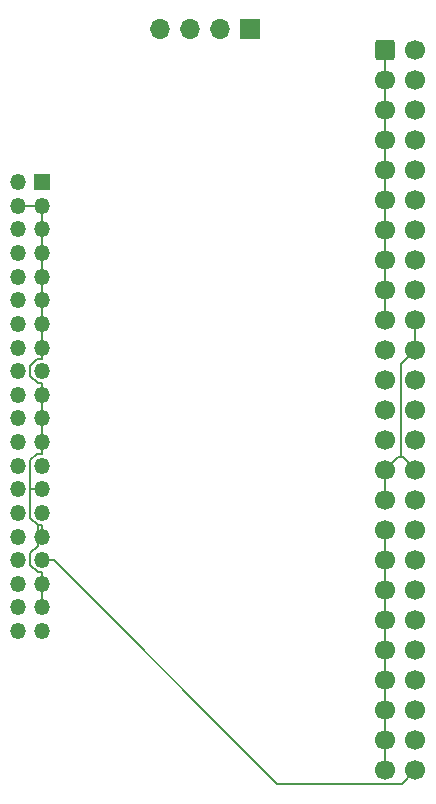
<source format=gbr>
%TF.GenerationSoftware,KiCad,Pcbnew,8.0.1*%
%TF.CreationDate,2024-04-03T09:44:09-05:00*%
%TF.ProjectId,SCSI-Adapter,53435349-2d41-4646-9170-7465722e6b69,rev?*%
%TF.SameCoordinates,Original*%
%TF.FileFunction,Copper,L1,Top*%
%TF.FilePolarity,Positive*%
%FSLAX46Y46*%
G04 Gerber Fmt 4.6, Leading zero omitted, Abs format (unit mm)*
G04 Created by KiCad (PCBNEW 8.0.1) date 2024-04-03 09:44:09*
%MOMM*%
%LPD*%
G01*
G04 APERTURE LIST*
G04 Aperture macros list*
%AMRoundRect*
0 Rectangle with rounded corners*
0 $1 Rounding radius*
0 $2 $3 $4 $5 $6 $7 $8 $9 X,Y pos of 4 corners*
0 Add a 4 corners polygon primitive as box body*
4,1,4,$2,$3,$4,$5,$6,$7,$8,$9,$2,$3,0*
0 Add four circle primitives for the rounded corners*
1,1,$1+$1,$2,$3*
1,1,$1+$1,$4,$5*
1,1,$1+$1,$6,$7*
1,1,$1+$1,$8,$9*
0 Add four rect primitives between the rounded corners*
20,1,$1+$1,$2,$3,$4,$5,0*
20,1,$1+$1,$4,$5,$6,$7,0*
20,1,$1+$1,$6,$7,$8,$9,0*
20,1,$1+$1,$8,$9,$2,$3,0*%
G04 Aperture macros list end*
%TA.AperFunction,ComponentPad*%
%ADD10RoundRect,0.250000X-0.600000X-0.600000X0.600000X-0.600000X0.600000X0.600000X-0.600000X0.600000X0*%
%TD*%
%TA.AperFunction,ComponentPad*%
%ADD11C,1.700000*%
%TD*%
%TA.AperFunction,ComponentPad*%
%ADD12R,1.700000X1.700000*%
%TD*%
%TA.AperFunction,ComponentPad*%
%ADD13O,1.700000X1.700000*%
%TD*%
%TA.AperFunction,ComponentPad*%
%ADD14R,1.350000X1.350000*%
%TD*%
%TA.AperFunction,ComponentPad*%
%ADD15O,1.350000X1.350000*%
%TD*%
%TA.AperFunction,Conductor*%
%ADD16C,0.200000*%
%TD*%
G04 APERTURE END LIST*
D10*
%TO.P,J2,1,Pin_1*%
%TO.N,GND*%
X195580000Y-50800000D03*
D11*
%TO.P,J2,2,Pin_2*%
%TO.N,/D0*%
X198120000Y-50800000D03*
%TO.P,J2,3,Pin_3*%
%TO.N,GND*%
X195580000Y-53340000D03*
%TO.P,J2,4,Pin_4*%
%TO.N,/D1*%
X198120000Y-53340000D03*
%TO.P,J2,5,Pin_5*%
%TO.N,GND*%
X195580000Y-55880000D03*
%TO.P,J2,6,Pin_6*%
%TO.N,/D2*%
X198120000Y-55880000D03*
%TO.P,J2,7,Pin_7*%
%TO.N,GND*%
X195580000Y-58420000D03*
%TO.P,J2,8,Pin_8*%
%TO.N,/D3*%
X198120000Y-58420000D03*
%TO.P,J2,9,Pin_9*%
%TO.N,GND*%
X195580000Y-60960000D03*
%TO.P,J2,10,Pin_10*%
%TO.N,/D4*%
X198120000Y-60960000D03*
%TO.P,J2,11,Pin_11*%
%TO.N,GND*%
X195580000Y-63500000D03*
%TO.P,J2,12,Pin_12*%
%TO.N,/D5*%
X198120000Y-63500000D03*
%TO.P,J2,13,Pin_13*%
%TO.N,GND*%
X195580000Y-66040000D03*
%TO.P,J2,14,Pin_14*%
%TO.N,/D6*%
X198120000Y-66040000D03*
%TO.P,J2,15,Pin_15*%
%TO.N,GND*%
X195580000Y-68580000D03*
%TO.P,J2,16,Pin_16*%
%TO.N,/D7*%
X198120000Y-68580000D03*
%TO.P,J2,17,Pin_17*%
%TO.N,GND*%
X195580000Y-71120000D03*
%TO.P,J2,18,Pin_18*%
%TO.N,/PARITY*%
X198120000Y-71120000D03*
%TO.P,J2,19,Pin_19*%
%TO.N,GND*%
X195580000Y-73660000D03*
%TO.P,J2,20,Pin_20*%
X198120000Y-73660000D03*
%TO.P,J2,21,Pin_21*%
%TO.N,unconnected-(J2-Pin_21-Pad21)*%
X195580000Y-76200000D03*
%TO.P,J2,22,Pin_22*%
%TO.N,GND*%
X198120000Y-76200000D03*
%TO.P,J2,23,Pin_23*%
%TO.N,unconnected-(J2-Pin_23-Pad23)*%
X195580000Y-78740000D03*
%TO.P,J2,24,Pin_24*%
%TO.N,unconnected-(J2-Pin_24-Pad24)*%
X198120000Y-78740000D03*
%TO.P,J2,25,Pin_25*%
%TO.N,unconnected-(J2-Pin_25-Pad25)*%
X195580000Y-81280000D03*
%TO.P,J2,26,Pin_26*%
%TO.N,/TERM*%
X198120000Y-81280000D03*
%TO.P,J2,27,Pin_27*%
%TO.N,unconnected-(J2-Pin_27-Pad27)*%
X195580000Y-83820000D03*
%TO.P,J2,28,Pin_28*%
%TO.N,unconnected-(J2-Pin_28-Pad28)*%
X198120000Y-83820000D03*
%TO.P,J2,29,Pin_29*%
%TO.N,GND*%
X195580000Y-86360000D03*
%TO.P,J2,30,Pin_30*%
X198120000Y-86360000D03*
%TO.P,J2,31,Pin_31*%
X195580000Y-88900000D03*
%TO.P,J2,32,Pin_32*%
%TO.N,/ATN*%
X198120000Y-88900000D03*
%TO.P,J2,33,Pin_33*%
%TO.N,GND*%
X195580000Y-91440000D03*
%TO.P,J2,34,Pin_34*%
X198120000Y-91440000D03*
%TO.P,J2,35,Pin_35*%
X195580000Y-93980000D03*
%TO.P,J2,36,Pin_36*%
%TO.N,/BSY*%
X198120000Y-93980000D03*
%TO.P,J2,37,Pin_37*%
%TO.N,GND*%
X195580000Y-96520000D03*
%TO.P,J2,38,Pin_38*%
%TO.N,/ACK*%
X198120000Y-96520000D03*
%TO.P,J2,39,Pin_39*%
%TO.N,GND*%
X195580000Y-99060000D03*
%TO.P,J2,40,Pin_40*%
%TO.N,/RST*%
X198120000Y-99060000D03*
%TO.P,J2,41,Pin_41*%
%TO.N,GND*%
X195580000Y-101600000D03*
%TO.P,J2,42,Pin_42*%
%TO.N,/MSG*%
X198120000Y-101600000D03*
%TO.P,J2,43,Pin_43*%
%TO.N,GND*%
X195580000Y-104140000D03*
%TO.P,J2,44,Pin_44*%
%TO.N,/SEL*%
X198120000Y-104140000D03*
%TO.P,J2,45,Pin_45*%
%TO.N,GND*%
X195580000Y-106680000D03*
%TO.P,J2,46,Pin_46*%
%TO.N,/CD*%
X198120000Y-106680000D03*
%TO.P,J2,47,Pin_47*%
%TO.N,GND*%
X195580000Y-109220000D03*
%TO.P,J2,48,Pin_48*%
%TO.N,/REQ*%
X198120000Y-109220000D03*
%TO.P,J2,49,Pin_49*%
%TO.N,GND*%
X195580000Y-111760000D03*
%TO.P,J2,50,Pin_50*%
%TO.N,/IO*%
X198120000Y-111760000D03*
%TD*%
D12*
%TO.P,J3,1,Pin_1*%
%TO.N,unconnected-(J3-Pin_1-Pad1)*%
X184120000Y-49000000D03*
D13*
%TO.P,J3,2,Pin_2*%
%TO.N,unconnected-(J3-Pin_2-Pad2)*%
X181580000Y-49000000D03*
%TO.P,J3,3,Pin_3*%
%TO.N,GND*%
X179040000Y-49000000D03*
%TO.P,J3,4,Pin_4*%
%TO.N,/VCC*%
X176500000Y-49000000D03*
%TD*%
D14*
%TO.P,J1,1,Pin_1*%
%TO.N,unconnected-(J1-Pin_1-Pad1)*%
X166500000Y-62000000D03*
D15*
%TO.P,J1,2,Pin_2*%
%TO.N,/VCC*%
X164500000Y-62000000D03*
%TO.P,J1,3,Pin_3*%
%TO.N,GND*%
X166500000Y-64000000D03*
%TO.P,J1,4,Pin_4*%
X164500000Y-64000000D03*
%TO.P,J1,5,Pin_5*%
X166500000Y-66000000D03*
%TO.P,J1,6,Pin_6*%
%TO.N,/D0*%
X164500000Y-66000000D03*
%TO.P,J1,7,Pin_7*%
%TO.N,GND*%
X166500000Y-68000000D03*
%TO.P,J1,8,Pin_8*%
%TO.N,/D1*%
X164500000Y-68000000D03*
%TO.P,J1,9,Pin_9*%
%TO.N,GND*%
X166500000Y-70000000D03*
%TO.P,J1,10,Pin_10*%
%TO.N,/D2*%
X164500000Y-70000000D03*
%TO.P,J1,11,Pin_11*%
%TO.N,GND*%
X166500000Y-72000000D03*
%TO.P,J1,12,Pin_12*%
%TO.N,/D3*%
X164500000Y-72000000D03*
%TO.P,J1,13,Pin_13*%
%TO.N,GND*%
X166500000Y-74000000D03*
%TO.P,J1,14,Pin_14*%
%TO.N,/D4*%
X164500000Y-74000000D03*
%TO.P,J1,15,Pin_15*%
%TO.N,GND*%
X166500000Y-76000000D03*
%TO.P,J1,16,Pin_16*%
%TO.N,/D5*%
X164500000Y-76000000D03*
%TO.P,J1,17,Pin_17*%
%TO.N,unconnected-(J1-Pin_17-Pad17)*%
X166500000Y-78000000D03*
%TO.P,J1,18,Pin_18*%
%TO.N,/D6*%
X164500000Y-78000000D03*
%TO.P,J1,19,Pin_19*%
%TO.N,GND*%
X166500000Y-80000000D03*
%TO.P,J1,20,Pin_20*%
%TO.N,/D7*%
X164500000Y-80000000D03*
%TO.P,J1,21,Pin_21*%
%TO.N,GND*%
X166500000Y-82000000D03*
%TO.P,J1,22,Pin_22*%
%TO.N,/PARITY*%
X164500000Y-82000000D03*
%TO.P,J1,23,Pin_23*%
%TO.N,GND*%
X166500000Y-84000000D03*
%TO.P,J1,24,Pin_24*%
%TO.N,/TERM*%
X164500000Y-84000000D03*
%TO.P,J1,25,Pin_25*%
%TO.N,/ATN*%
X166500000Y-86000000D03*
%TO.P,J1,26,Pin_26*%
%TO.N,/BSY*%
X164500000Y-86000000D03*
%TO.P,J1,27,Pin_27*%
%TO.N,GND*%
X166500000Y-88000000D03*
%TO.P,J1,28,Pin_28*%
%TO.N,/ACK*%
X164500000Y-88000000D03*
%TO.P,J1,29,Pin_29*%
%TO.N,/RST*%
X166500000Y-90000000D03*
%TO.P,J1,30,Pin_30*%
%TO.N,/MSG*%
X164500000Y-90000000D03*
%TO.P,J1,31,Pin_31*%
%TO.N,GND*%
X166500000Y-92000000D03*
%TO.P,J1,32,Pin_32*%
%TO.N,/SEL*%
X164500000Y-92000000D03*
%TO.P,J1,33,Pin_33*%
%TO.N,/IO*%
X166500000Y-94000000D03*
%TO.P,J1,34,Pin_34*%
%TO.N,/CD*%
X164500000Y-94000000D03*
%TO.P,J1,35,Pin_35*%
%TO.N,GND*%
X166500000Y-96000000D03*
%TO.P,J1,36,Pin_36*%
%TO.N,/REQ*%
X164500000Y-96000000D03*
%TO.P,J1,37,Pin_37*%
%TO.N,GND*%
X166500000Y-98000000D03*
%TO.P,J1,38,Pin_38*%
X164500000Y-98000000D03*
%TO.P,J1,39,Pin_39*%
%TO.N,unconnected-(J1-Pin_39-Pad39)*%
X166500000Y-100000000D03*
%TO.P,J1,40,Pin_40*%
%TO.N,unconnected-(J1-Pin_40-Pad40)*%
X164500000Y-100000000D03*
%TD*%
D16*
%TO.N,/IO*%
X196954900Y-112925100D02*
X198120000Y-111760000D01*
X186401800Y-112925100D02*
X196954900Y-112925100D01*
X167476700Y-94000000D02*
X186401800Y-112925100D01*
X166500000Y-94000000D02*
X167476700Y-94000000D01*
%TO.N,GND*%
X166500000Y-76000000D02*
X166500000Y-74000000D01*
X166500000Y-74000000D02*
X166500000Y-72000000D01*
X166500000Y-72000000D02*
X166500000Y-70000000D01*
X166500000Y-70000000D02*
X166500000Y-68000000D01*
X166500000Y-68000000D02*
X166500000Y-66000000D01*
X195580000Y-111760000D02*
X195580000Y-109220000D01*
X195580000Y-109220000D02*
X195580000Y-106680000D01*
X195580000Y-106680000D02*
X195580000Y-104140000D01*
X195580000Y-104140000D02*
X195580000Y-101600000D01*
X195580000Y-101600000D02*
X195580000Y-99060000D01*
X195580000Y-99060000D02*
X195580000Y-96520000D01*
X195580000Y-96520000D02*
X195580000Y-93980000D01*
X195580000Y-93980000D02*
X195580000Y-91440000D01*
X195580000Y-88900000D02*
X195580000Y-86360000D01*
X198120000Y-76200000D02*
X198120000Y-73660000D01*
X195580000Y-73660000D02*
X195580000Y-71120000D01*
X195580000Y-71120000D02*
X195580000Y-68580000D01*
X195580000Y-68580000D02*
X195580000Y-66040000D01*
X195580000Y-66040000D02*
X195580000Y-63500000D01*
X195580000Y-63500000D02*
X195580000Y-60960000D01*
X195580000Y-60960000D02*
X195580000Y-58420000D01*
X195580000Y-58420000D02*
X195580000Y-55880000D01*
X195580000Y-55880000D02*
X195580000Y-53340000D01*
X195580000Y-53340000D02*
X195580000Y-50800000D01*
X166500000Y-84000000D02*
X166500000Y-82000000D01*
X166500000Y-66000000D02*
X166500000Y-64000000D01*
X164500000Y-64000000D02*
X165476700Y-64000000D01*
X166500000Y-64000000D02*
X165476700Y-64000000D01*
X166500000Y-84000000D02*
X166500000Y-84976700D01*
X166500000Y-76000000D02*
X166500000Y-76976700D01*
X166500000Y-82000000D02*
X166500000Y-80000000D01*
X166095200Y-76976700D02*
X166500000Y-76976700D01*
X165500000Y-77571900D02*
X166095200Y-76976700D01*
X165500000Y-78389600D02*
X165500000Y-77571900D01*
X166133700Y-79023300D02*
X165500000Y-78389600D01*
X166500000Y-79023300D02*
X166133700Y-79023300D01*
X166500000Y-80000000D02*
X166500000Y-79023300D01*
X196929400Y-77390600D02*
X198120000Y-76200000D01*
X196929400Y-85289700D02*
X196929400Y-77390600D01*
X197049700Y-85289700D02*
X196929400Y-85289700D01*
X198120000Y-86360000D02*
X197049700Y-85289700D01*
X196650300Y-85289700D02*
X195580000Y-86360000D01*
X196929400Y-85289700D02*
X196650300Y-85289700D01*
X166500000Y-92000000D02*
X166500000Y-91023300D01*
X166500000Y-88000000D02*
X165523300Y-88000000D01*
X166095200Y-84976700D02*
X166500000Y-84976700D01*
X165523300Y-85548600D02*
X166095200Y-84976700D01*
X165523300Y-88000000D02*
X165523300Y-85548600D01*
X166500000Y-91023300D02*
X166133700Y-91023300D01*
X165523300Y-90412900D02*
X165523300Y-88000000D01*
X166133700Y-91023300D02*
X165523300Y-90412900D01*
X166500000Y-98000000D02*
X166500000Y-96000000D01*
X166133700Y-92816300D02*
X166133700Y-91023300D01*
X165523300Y-93426700D02*
X166133700Y-92816300D01*
X165523300Y-94413000D02*
X165523300Y-93426700D01*
X166133600Y-95023300D02*
X165523300Y-94413000D01*
X166500000Y-95023300D02*
X166133600Y-95023300D01*
X166500000Y-96000000D02*
X166500000Y-95023300D01*
%TD*%
M02*

</source>
